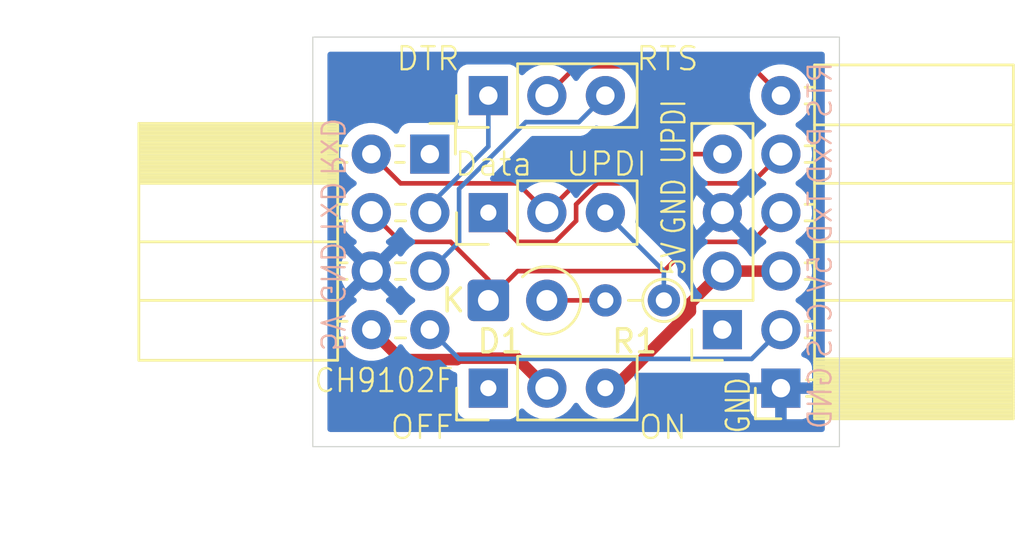
<source format=kicad_pcb>
(kicad_pcb (version 20241229) (generator "pcbnew") (generator_version "9.0")
  (title_block (title "UPDI Adaptor for AE-CH9102F") (date "2025-09-22") (rev "1") (company "K.Takata"))
  (layers (0 "F.Cu" signal) (2 "B.Cu" signal) (13 "F.Paste" user) (15 "B.Paste" user) (5 "F.SilkS" user "F.Silkscreen") (7 "B.SilkS" user "B.Silkscreen") (1 "F.Mask" user) (3 "B.Mask" user) (25 "Edge.Cuts" user))
  (net 0 "")
  (net 1 "/TxD")
  (net 2 "Net-(D1-A)")
  (net 3 "/RxD")
  (net 5 "RTS")
  (net 6 "CTS")
  (net 7 "DTR")
  (net 8 "GND")
  (net 9 "+5V")
  (net 11 "Net-(SW1-C)")
  (net 13 "/RxD (TTL)")
  (net 14 "/RTS{slash}DTR")
  (net 15 "/+5V (OUT)")
  (footprint "Connector_PinHeader_2.54mm:PinHeader_1x03_P2.54mm_Vertical" (layer "F.Cu") (at 86.36 63.5 90)
    (property "Reference" "J4" (hide yes))
    (property "Value" "RTS / DTR")
    (fp_line (start -1.38 -1.38) (end 0 -1.38) (stroke (width 0.12)) (layer "F.SilkS"))
    (fp_line (start -1.38 0) (end -1.38 -1.38) (stroke (width 0.12)) (layer "F.SilkS"))
    (fp_line (start 1.38 1.27) (end 1.38 6.46) (stroke (width 0.12)) (layer "F.SilkS"))
    (fp_line (start -1.38 1.27) (end 1.38 1.27) (stroke (width 0.12)) (layer "F.SilkS"))
    (fp_line (start -1.38 1.27) (end -1.38 6.46) (stroke (width 0.12)) (layer "F.SilkS"))
    (fp_line (start -1.38 6.46) (end 1.38 6.46) (stroke (width 0.12)) (layer "F.SilkS"))
    (pad "1" thru_hole rect (at 0 0 90) (size 1.7 1.7) (drill 0.8) (layers "*.Cu" "*.Mask") (net 7 "DTR"))
    (pad "2" thru_hole circle (at 0 2.54 90) (size 1.7 1.7) (drill 1) (layers "*.Cu" "*.Mask") (net 14 "/RTS{slash}DTR"))
    (pad "3" thru_hole circle (at 0 5.08 90) (size 1.7 1.7) (drill 0.8) (layers "*.Cu" "*.Mask") (net 5 "RTS"))
  )
  (footprint "Connector_PinSocket_2.54mm:PinSocket_1x04_P2.54mm_Vertical" (layer "F.Cu") (at 96.52 73.66 180)
    (property "Reference" "J2" (hide yes))
    (property "Value" "UPDI")
    (fp_line (start 1.33 1.27) (end 1.33 8.95) (stroke (width 0.12)) (layer "F.SilkS"))
    (fp_line (start 1.33 -1.33) (end 1.33 0) (stroke (width 0.12)) (layer "F.SilkS"))
    (fp_line (start 0 -1.33) (end 1.33 -1.33) (stroke (width 0.12)) (layer "F.SilkS"))
    (fp_line (start -1.33 8.95) (end 1.33 8.95) (stroke (width 0.12)) (layer "F.SilkS"))
    (fp_line (start -1.33 1.27) (end 1.33 1.27) (stroke (width 0.12)) (layer "F.SilkS"))
    (fp_line (start -1.33 1.27) (end -1.33 8.95) (stroke (width 0.12)) (layer "F.SilkS"))
    (pad "1" thru_hole rect (at 0 0 180) (size 1.7 1.7) (drill 0.8) (layers "*.Cu" "*.Mask"))
    (pad "2" thru_hole circle (at 0 2.54 180) (size 1.7 1.7) (drill 1) (layers "*.Cu" "*.Mask") (net 15 "/+5V (OUT)"))
    (pad "3" thru_hole circle (at 0 5.08 180) (size 1.7 1.7) (drill 1) (layers "*.Cu" "*.Mask") (net 8 "GND"))
    (pad "4" thru_hole circle (at 0 7.62 180) (size 1.7 1.7) (drill 0.8) (layers "*.Cu" "*.Mask") (net 3 "/RxD"))
  )
  (footprint "Resistor_THT:R_Axial_DIN0204_L3.6mm_D1.6mm_P2.54mm_Vertical" (layer "F.Cu") (at 93.98 72.39 180)
    (property "Reference" "R1" (at 1.27 -1.778 0) (layer "F.SilkS"))
    (property "Value" "470")
    (fp_line (start 0.92 0) (end 1.54 0) (stroke (width 0.12)) (layer "F.SilkS"))
    (fp_circle (center 0 0) (end 0.92 0) (stroke (width 0.12)) (fill no) (layer "F.SilkS"))
    (pad "1" thru_hole circle (at 0 0 180) (size 1.4 1.4) (drill 0.7) (layers "*.Cu" "*.Mask") (net 11 "Net-(SW1-C)"))
    (pad "2" thru_hole circle (at 2.54 0 180) (size 1.4 1.4) (drill 0.7) (layers "*.Cu" "*.Mask") (net 2 "Net-(D1-A)"))
  )
  (footprint "Connector_PinHeader_2.54mm:PinHeader_1x03_P2.54mm_Vertical" (layer "F.Cu") (at 86.36 76.2 90)
    (property "Reference" "SW2" (hide yes))
    (property "Value" "Power")
    (fp_line (start -1.38 -1.38) (end 0 -1.38) (stroke (width 0.12)) (layer "F.SilkS"))
    (fp_line (start -1.38 0) (end -1.38 -1.38) (stroke (width 0.12)) (layer "F.SilkS"))
    (fp_line (start 1.38 1.27) (end 1.38 6.46) (stroke (width 0.12)) (layer "F.SilkS"))
    (fp_line (start -1.38 1.27) (end 1.38 1.27) (stroke (width 0.12)) (layer "F.SilkS"))
    (fp_line (start -1.38 1.27) (end -1.38 6.46) (stroke (width 0.12)) (layer "F.SilkS"))
    (fp_line (start -1.38 6.46) (end 1.38 6.46) (stroke (width 0.12)) (layer "F.SilkS"))
    (pad "1" thru_hole rect (at 0 0 90) (size 1.7 1.7) (drill 0.7) (layers "*.Cu" "*.Mask"))
    (pad "2" thru_hole circle (at 0 2.54 90) (size 1.7 1.7) (drill 1) (layers "*.Cu" "*.Mask") (net 9 "+5V"))
    (pad "3" thru_hole circle (at 0 5.08 90) (size 1.7 1.7) (drill 0.7) (layers "*.Cu" "*.Mask") (net 15 "/+5V (OUT)"))
  )
  (footprint "Connector_PinSocket_2.54mm:PinSocket_1x06_P2.54mm_Horizontal" (layer "F.Cu") (at 99.06 76.2 180)
    (property "Reference" "J3" (hide yes))
    (property "Value" "TTL Serial")
    (fp_line (start 1.11 -1.33) (end 1.11 0) (stroke (width 0.12)) (layer "F.SilkS"))
    (fp_line (start 0 -1.33) (end 1.11 -1.33) (stroke (width 0.12)) (layer "F.SilkS"))
    (fp_line (start -1.46 13.06) (end -1.05 13.06) (stroke (width 0.12)) (layer "F.SilkS"))
    (fp_line (start -1.46 12.34) (end -1.05 12.34) (stroke (width 0.12)) (layer "F.SilkS"))
    (fp_line (start -1.46 10.52) (end -1.05 10.52) (stroke (width 0.12)) (layer "F.SilkS"))
    (fp_line (start -1.46 9.8) (end -1.05 9.8) (stroke (width 0.12)) (layer "F.SilkS"))
    (fp_line (start -1.46 7.98) (end -1.05 7.98) (stroke (width 0.12)) (layer "F.SilkS"))
    (fp_line (start -1.46 7.26) (end -1.05 7.26) (stroke (width 0.12)) (layer "F.SilkS"))
    (fp_line (start -1.46 5.44) (end -1.05 5.44) (stroke (width 0.12)) (layer "F.SilkS"))
    (fp_line (start -1.46 4.72) (end -1.05 4.72) (stroke (width 0.12)) (layer "F.SilkS"))
    (fp_line (start -1.46 2.9) (end -1.05 2.9) (stroke (width 0.12)) (layer "F.SilkS"))
    (fp_line (start -1.46 2.18) (end -1.05 2.18) (stroke (width 0.12)) (layer "F.SilkS"))
    (fp_line (start -1.46 0.36) (end -1.11 0.36) (stroke (width 0.12)) (layer "F.SilkS"))
    (fp_line (start -1.46 -0.36) (end -1.11 -0.36) (stroke (width 0.12)) (layer "F.SilkS"))
    (fp_line (start -1.46 -1.33) (end -1.46 14.03) (stroke (width 0.12)) (layer "F.SilkS"))
    (fp_line (start -10.09 14.03) (end -1.46 14.03) (stroke (width 0.12)) (layer "F.SilkS"))
    (fp_line (start -10.09 11.43) (end -1.46 11.43) (stroke (width 0.12)) (layer "F.SilkS"))
    (fp_line (start -10.09 8.89) (end -1.46 8.89) (stroke (width 0.12)) (layer "F.SilkS"))
    (fp_line (start -10.09 6.35) (end -1.46 6.35) (stroke (width 0.12)) (layer "F.SilkS"))
    (fp_line (start -10.09 3.81) (end -1.46 3.81) (stroke (width 0.12)) (layer "F.SilkS"))
    (fp_line (start -10.09 1.27) (end -1.46 1.27) (stroke (width 0.12)) (layer "F.SilkS"))
    (fp_line (start -10.09 1.1519) (end -1.46 1.1519) (stroke (width 0.12)) (layer "F.SilkS"))
    (fp_line (start -10.09 1.033805) (end -1.46 1.033805) (stroke (width 0.12)) (layer "F.SilkS"))
    (fp_line (start -10.09 0.91571) (end -1.46 0.91571) (stroke (width 0.12)) (layer "F.SilkS"))
    (fp_line (start -10.09 0.797615) (end -1.46 0.797615) (stroke (width 0.12)) (layer "F.SilkS"))
    (fp_line (start -10.09 0.67952) (end -1.46 0.67952) (stroke (width 0.12)) (layer "F.SilkS"))
    (fp_line (start -10.09 0.561425) (end -1.46 0.561425) (stroke (width 0.12)) (layer "F.SilkS"))
    (fp_line (start -10.09 0.44333) (end -1.46 0.44333) (stroke (width 0.12)) (layer "F.SilkS"))
    (fp_line (start -10.09 0.325235) (end -1.46 0.325235) (stroke (width 0.12)) (layer "F.SilkS"))
    (fp_line (start -10.09 0.20714) (end -1.46 0.20714) (stroke (width 0.12)) (layer "F.SilkS"))
    (fp_line (start -10.09 0.089045) (end -1.46 0.089045) (stroke (width 0.12)) (layer "F.SilkS"))
    (fp_line (start -10.09 -0.02905) (end -1.46 -0.02905) (stroke (width 0.12)) (layer "F.SilkS"))
    (fp_line (start -10.09 -0.147145) (end -1.46 -0.147145) (stroke (width 0.12)) (layer "F.SilkS"))
    (fp_line (start -10.09 -0.26524) (end -1.46 -0.26524) (stroke (width 0.12)) (layer "F.SilkS"))
    (fp_line (start -10.09 -0.383335) (end -1.46 -0.383335) (stroke (width 0.12)) (layer "F.SilkS"))
    (fp_line (start -10.09 -0.50143) (end -1.46 -0.50143) (stroke (width 0.12)) (layer "F.SilkS"))
    (fp_line (start -10.09 -0.619525) (end -1.46 -0.619525) (stroke (width 0.12)) (layer "F.SilkS"))
    (fp_line (start -10.09 -0.73762) (end -1.46 -0.73762) (stroke (width 0.12)) (layer "F.SilkS"))
    (fp_line (start -10.09 -0.855715) (end -1.46 -0.855715) (stroke (width 0.12)) (layer "F.SilkS"))
    (fp_line (start -10.09 -0.97381) (end -1.46 -0.97381) (stroke (width 0.12)) (layer "F.SilkS"))
    (fp_line (start -10.09 -1.091905) (end -1.46 -1.091905) (stroke (width 0.12)) (layer "F.SilkS"))
    (fp_line (start -10.09 -1.21) (end -1.46 -1.21) (stroke (width 0.12)) (layer "F.SilkS"))
    (fp_line (start -10.09 -1.33) (end -1.46 -1.33) (stroke (width 0.12)) (layer "F.SilkS"))
    (fp_line (start -10.09 -1.33) (end -10.09 14.03) (stroke (width 0.12)) (layer "F.SilkS"))
    (pad "1" thru_hole rect (at 0 0 180) (size 1.7 1.7) (drill 0.8) (layers "*.Cu" "*.Mask") (net 8 "GND"))
    (pad "2" thru_hole circle (at 0 2.54 180) (size 1.7 1.7) (drill 1) (layers "*.Cu" "*.Mask") (net 6 "CTS"))
    (pad "3" thru_hole circle (at 0 5.08 180) (size 1.7 1.7) (drill 1) (layers "*.Cu" "*.Mask") (net 15 "/+5V (OUT)"))
    (pad "4" thru_hole circle (at 0 7.62 180) (size 1.7 1.7) (drill 1) (layers "*.Cu" "*.Mask") (net 1 "/TxD"))
    (pad "5" thru_hole circle (at 0 10.16 180) (size 1.7 1.7) (drill 1) (layers "*.Cu" "*.Mask") (net 13 "/RxD (TTL)"))
    (pad "6" thru_hole circle (at 0 12.7 180) (size 1.7 1.7) (drill 0.8) (layers "*.Cu" "*.Mask") (net 14 "/RTS{slash}DTR"))
  )
  (footprint "Diode_THT:D_A-405_P2.54mm_Vertical_KathodeUp" (layer "F.Cu") (at 86.36 72.39)
    (property "Reference" "D1" (at 0.508 1.778 0) (layer "F.SilkS"))
    (property "Value" "D_Schottky")
    (fp_arc (start 1.481463 -1.02) (mid 4.01 0) (end 1.481463 1.02) (stroke (width 0.12)) (layer "F.SilkS"))
    (fp_text user "K" (at -1.524 0 0) (layer "F.SilkS"))
    (pad "1" thru_hole roundrect (at 0 0) (size 1.8 1.8) (drill 0.9) (layers "*.Cu" "*.Mask") (roundrect_rratio 0.138889) (net 1 "/TxD"))
    (pad "2" thru_hole circle (at 2.54 0) (size 1.8 1.8) (drill 0.9) (layers "*.Cu" "*.Mask") (net 2 "Net-(D1-A)"))
  )
  (footprint "Connector_PinHeader_2.54mm:PinHeader_1x03_P2.54mm_Vertical" (layer "F.Cu") (at 86.36 68.58 90)
    (property "Reference" "SW1" (hide yes))
    (property "Value" "UPDI / Serial")
    (fp_line (start -1.38 -1.38) (end 0 -1.38) (stroke (width 0.12)) (layer "F.SilkS"))
    (fp_line (start -1.38 0) (end -1.38 -1.38) (stroke (width 0.12)) (layer "F.SilkS"))
    (fp_line (start 1.38 1.27) (end 1.38 6.46) (stroke (width 0.12)) (layer "F.SilkS"))
    (fp_line (start -1.38 1.27) (end 1.38 1.27) (stroke (width 0.12)) (layer "F.SilkS"))
    (fp_line (start -1.38 1.27) (end -1.38 6.46) (stroke (width 0.12)) (layer "F.SilkS"))
    (fp_line (start -1.38 6.46) (end 1.38 6.46) (stroke (width 0.12)) (layer "F.SilkS"))
    (pad "1" thru_hole rect (at 0 0 90) (size 1.7 1.7) (drill 0.7) (layers "*.Cu" "*.Mask") (net 13 "/RxD (TTL)"))
    (pad "2" thru_hole circle (at 0 2.54 90) (size 1.7 1.7) (drill 1) (layers "*.Cu" "*.Mask") (net 3 "/RxD"))
    (pad "3" thru_hole circle (at 0 5.08 90) (size 1.7 1.7) (drill 0.7) (layers "*.Cu" "*.Mask") (net 11 "Net-(SW1-C)"))
  )
  (footprint "Connector_PinSocket_2.54mm:PinSocket_2x04_P2.54mm_Horizontal" (layer "F.Cu") (at 83.82 66.04)
    (property "Reference" "J1" (hide yes))
    (property "Value" "AE-CH9102F")
    (fp_line (start -12.63 -1.33) (end -12.63 8.95) (stroke (width 0.12)) (layer "F.SilkS"))
    (fp_line (start -12.63 -1.33) (end -4 -1.33) (stroke (width 0.12)) (layer "F.SilkS"))
    (fp_line (start -12.63 -1.21) (end -4 -1.21) (stroke (width 0.12)) (layer "F.SilkS"))
    (fp_line (start -12.63 -1.091905) (end -4 -1.091905) (stroke (width 0.12)) (layer "F.SilkS"))
    (fp_line (start -12.63 -0.97381) (end -4 -0.97381) (stroke (width 0.12)) (layer "F.SilkS"))
    (fp_line (start -12.63 -0.855715) (end -4 -0.855715) (stroke (width 0.12)) (layer "F.SilkS"))
    (fp_line (start -12.63 -0.73762) (end -4 -0.73762) (stroke (width 0.12)) (layer "F.SilkS"))
    (fp_line (start -12.63 -0.619525) (end -4 -0.619525) (stroke (width 0.12)) (layer "F.SilkS"))
    (fp_line (start -12.63 -0.50143) (end -4 -0.50143) (stroke (width 0.12)) (layer "F.SilkS"))
    (fp_line (start -12.63 -0.383335) (end -4 -0.383335) (stroke (width 0.12)) (layer "F.SilkS"))
    (fp_line (start -12.63 -0.26524) (end -4 -0.26524) (stroke (width 0.12)) (layer "F.SilkS"))
    (fp_line (start -12.63 -0.147145) (end -4 -0.147145) (stroke (width 0.12)) (layer "F.SilkS"))
    (fp_line (start -12.63 -0.02905) (end -4 -0.02905) (stroke (width 0.12)) (layer "F.SilkS"))
    (fp_line (start -12.63 0.089045) (end -4 0.089045) (stroke (width 0.12)) (layer "F.SilkS"))
    (fp_line (start -12.63 0.20714) (end -4 0.20714) (stroke (width 0.12)) (layer "F.SilkS"))
    (fp_line (start -12.63 0.325235) (end -4 0.325235) (stroke (width 0.12)) (layer "F.SilkS"))
    (fp_line (start -12.63 0.44333) (end -4 0.44333) (stroke (width 0.12)) (layer "F.SilkS"))
    (fp_line (start -12.63 0.561425) (end -4 0.561425) (stroke (width 0.12)) (layer "F.SilkS"))
    (fp_line (start -12.63 0.67952) (end -4 0.67952) (stroke (width 0.12)) (layer "F.SilkS"))
    (fp_line (start -12.63 0.797615) (end -4 0.797615) (stroke (width 0.12)) (layer "F.SilkS"))
    (fp_line (start -12.63 0.91571) (end -4 0.91571) (stroke (width 0.12)) (layer "F.SilkS"))
    (fp_line (start -12.63 1.033805) (end -4 1.033805) (stroke (width 0.12)) (layer "F.SilkS"))
    (fp_line (start -12.63 1.1519) (end -4 1.1519) (stroke (width 0.12)) (layer "F.SilkS"))
    (fp_line (start -12.63 1.27) (end -4 1.27) (stroke (width 0.12)) (layer "F.SilkS"))
    (fp_line (start -12.63 3.81) (end -4 3.81) (stroke (width 0.12)) (layer "F.SilkS"))
    (fp_line (start -12.63 6.35) (end -4 6.35) (stroke (width 0.12)) (layer "F.SilkS"))
    (fp_line (start -12.63 8.95) (end -4 8.95) (stroke (width 0.12)) (layer "F.SilkS"))
    (fp_line (start -4 -1.33) (end -4 8.95) (stroke (width 0.12)) (layer "F.SilkS"))
    (fp_line (start -4 -0.36) (end -3.59 -0.36) (stroke (width 0.12)) (layer "F.SilkS"))
    (fp_line (start -4 0.36) (end -3.59 0.36) (stroke (width 0.12)) (layer "F.SilkS"))
    (fp_line (start -4 2.18) (end -3.59 2.18) (stroke (width 0.12)) (layer "F.SilkS"))
    (fp_line (start -4 2.9) (end -3.59 2.9) (stroke (width 0.12)) (layer "F.SilkS"))
    (fp_line (start -4 4.72) (end -3.59 4.72) (stroke (width 0.12)) (layer "F.SilkS"))
    (fp_line (start -4 5.44) (end -3.59 5.44) (stroke (width 0.12)) (layer "F.SilkS"))
    (fp_line (start -4 7.26) (end -3.59 7.26) (stroke (width 0.12)) (layer "F.SilkS"))
    (fp_line (start -4 7.98) (end -3.59 7.98) (stroke (width 0.12)) (layer "F.SilkS"))
    (fp_line (start -1.49 -0.36) (end -1.11 -0.36) (stroke (width 0.12)) (layer "F.SilkS"))
    (fp_line (start -1.49 0.36) (end -1.11 0.36) (stroke (width 0.12)) (layer "F.SilkS"))
    (fp_line (start -1.49 2.18) (end -1.05 2.18) (stroke (width 0.12)) (layer "F.SilkS"))
    (fp_line (start -1.49 2.9) (end -1.05 2.9) (stroke (width 0.12)) (layer "F.SilkS"))
    (fp_line (start -1.49 4.72) (end -1.05 4.72) (stroke (width 0.12)) (layer "F.SilkS"))
    (fp_line (start -1.49 5.44) (end -1.05 5.44) (stroke (width 0.12)) (layer "F.SilkS"))
    (fp_line (start -1.49 7.26) (end -1.05 7.26) (stroke (width 0.12)) (layer "F.SilkS"))
    (fp_line (start -1.49 7.98) (end -1.05 7.98) (stroke (width 0.12)) (layer "F.SilkS"))
    (fp_line (start 0 -1.33) (end 1.11 -1.33) (stroke (width 0.12)) (layer "F.SilkS"))
    (fp_line (start 1.11 -1.33) (end 1.11 0) (stroke (width 0.12)) (layer "F.SilkS"))
    (pad "1" thru_hole rect (at 0 0) (size 1.7 1.7) (drill 0.8) (layers "*.Cu" "*.Mask"))
    (pad "2" thru_hole circle (at -2.54 0) (size 1.7 1.7) (drill 0.8) (layers "*.Cu" "*.Mask") (net 3 "/RxD"))
    (pad "3" thru_hole circle (at 0 2.54) (size 1.7 1.7) (drill 1) (layers "*.Cu" "*.Mask") (net 7 "DTR"))
    (pad "4" thru_hole circle (at -2.54 2.54) (size 1.7 1.7) (drill 1) (layers "*.Cu" "*.Mask") (net 1 "/TxD"))
    (pad "5" thru_hole circle (at 0 5.08) (size 1.7 1.7) (drill 1) (layers "*.Cu" "*.Mask") (net 5 "RTS"))
    (pad "6" thru_hole circle (at -2.54 5.08) (size 1.7 1.7) (drill 1) (layers "*.Cu" "*.Mask") (net 8 "GND"))
    (pad "7" thru_hole circle (at 0 7.62) (size 1.7 1.7) (drill 0.8) (layers "*.Cu" "*.Mask") (net 6 "CTS"))
    (pad "8" thru_hole circle (at -2.54 7.62) (size 1.7 1.7) (drill 0.8) (layers "*.Cu" "*.Mask") (net 9 "+5V"))
  )
  (gr_rect (start 78.74 60.96) (end 101.6 78.74) (stroke (width 0.05)) (fill no) (layer "Edge.Cuts"))
  (gr_text "Data" (at 84.836 67.056 0) (layer "F.SilkS") (effects (font (size 1 1) (thickness 0.1)) (justify left bottom)))
  (gr_text "GND" (at 97.79 78.232 90) (layer "F.SilkS") (effects (font (size 1 0.8) (thickness 0.1)) (justify left bottom)))
  (gr_text "GND" (at 94.996 69.596 90) (layer "F.SilkS") (effects (font (size 1 0.8) (thickness 0.1)) (justify left bottom)))
  (gr_text "UPDI" (at 89.662 67.056 0) (layer "F.SilkS") (effects (font (size 1 1) (thickness 0.1)) (justify left bottom)))
  (gr_text "RTS" (at 92.71 62.484 0) (layer "F.SilkS") (effects (font (size 1 1) (thickness 0.1)) (justify left bottom)))
  (gr_text "ON" (at 92.82 78.486 0) (layer "F.SilkS") (effects (font (size 1 1) (thickness 0.1)) (justify left bottom)))
  (gr_text "OFF" (at 82.042 78.486 0) (layer "F.SilkS") (effects (font (size 1 1) (thickness 0.1)) (justify left bottom)))
  (gr_text "UPDI" (at 94.996 66.548 90) (layer "F.SilkS") (effects (font (size 1 0.8) (thickness 0.1)) (justify left bottom)))
  (gr_text "DTR" (at 82.296 62.484 0) (layer "F.SilkS") (effects (font (size 1 1) (thickness 0.1)) (justify left bottom)))
  (gr_text "CH9102F" (at 78.74 76.454 0) (layer "F.SilkS") (effects (font (size 1 0.9) (thickness 0.1)) (justify left bottom)))
  (gr_text "5V" (at 94.996 71.374 90) (layer "F.SilkS") (effects (font (size 1 0.8) (thickness 0.1)) (justify left bottom)))
  (gr_text "TxD" (at 101.346 67.564 90) (layer "B.SilkS") (effects (font (size 1 0.9) (thickness 0.1)) (justify left bottom mirror)))
  (gr_text "5V" (at 101.346 70.358 90) (layer "B.SilkS") (effects (font (size 1 0.9) (thickness 0.1)) (justify left bottom mirror)))
  (gr_text "5V" (at 78.994 74.676 270) (layer "B.SilkS") (effects (font (size 1 0.9) (thickness 0.1)) (justify left bottom mirror)))
  (gr_text "CTS" (at 101.346 72.39 90) (layer "B.SilkS") (effects (font (size 1 0.9) (thickness 0.1)) (justify left bottom mirror)))
  (gr_text "RxD" (at 78.994 67.056 270) (layer "B.SilkS") (effects (font (size 1 0.9) (thickness 0.1)) (justify left bottom mirror)))
  (gr_text "RxD" (at 101.346 64.77 90) (layer "B.SilkS") (effects (font (size 1 0.9) (thickness 0.1)) (justify left bottom mirror)))
  (gr_text "TxD" (at 78.994 69.596 270) (layer "B.SilkS") (effects (font (size 1 0.9) (thickness 0.1)) (justify left bottom mirror)))
  (gr_text "GND" (at 101.346 75.184 90) (layer "B.SilkS") (effects (font (size 1 0.9) (thickness 0.1)) (justify left bottom mirror)))
  (gr_text "RTS" (at 101.346 61.976 90) (layer "B.SilkS") (effects (font (size 1 0.9) (thickness 0.1)) (justify left bottom mirror)))
  (gr_text "GND" (at 78.994 72.644 270) (layer "B.SilkS") (effects (font (size 1 0.9) (thickness 0.1)) (justify left bottom mirror)))
  (segment (start 86.36 72.39) (end 86.36 71.49) (width 0.2) (layer "F.Cu") (net 1))
  (segment (start 86.36 71.49) (end 84.72 69.85) (width 0.2) (layer "F.Cu") (net 1))
  (segment (start 95.25 69.85) (end 93.98 71.12) (width 0.2) (layer "F.Cu") (net 1))
  (segment (start 97.79 69.85) (end 95.25 69.85) (width 0.2) (layer "F.Cu") (net 1))
  (segment (start 84.72 69.85) (end 82.55 69.85) (width 0.2) (layer "F.Cu") (net 1))
  (segment (start 87.63 71.12) (end 86.36 72.39) (width 0.2) (layer "F.Cu") (net 1))
  (segment (start 82.55 69.85) (end 81.28 68.58) (width 0.2) (layer "F.Cu") (net 1))
  (segment (start 93.98 71.12) (end 87.63 71.12) (width 0.2) (layer "F.Cu") (net 1))
  (segment (start 99.06 68.58) (end 97.79 69.85) (width 0.2) (layer "F.Cu") (net 1))
  (segment (start 91.44 72.39) (end 88.9 72.39) (width 0.2) (layer "F.Cu") (net 2))
  (segment (start 87.63 67.31) (end 82.55 67.31) (width 0.2) (layer "F.Cu") (net 3))
  (segment (start 91.44 66.04) (end 96.52 66.04) (width 0.2) (layer "F.Cu") (net 3))
  (segment (start 88.9 68.58) (end 91.44 66.04) (width 0.2) (layer "F.Cu") (net 3))
  (segment (start 88.9 68.58) (end 87.63 67.31) (width 0.2) (layer "F.Cu") (net 3))
  (segment (start 82.55 67.31) (end 81.28 66.04) (width 0.2) (layer "F.Cu") (net 3))
  (segment (start 90.289 64.651) (end 87.987 64.651) (width 0.2) (layer "B.Cu") (net 5))
  (segment (start 85.09 69.85) (end 83.82 71.12) (width 0.2) (layer "B.Cu") (net 5))
  (segment (start 91.44 63.5) (end 90.289 64.651) (width 0.2) (layer "B.Cu") (net 5))
  (segment (start 85.09 67.548) (end 85.09 69.85) (width 0.2) (layer "B.Cu") (net 5))
  (segment (start 87.987 64.651) (end 85.09 67.548) (width 0.2) (layer "B.Cu") (net 5))
  (segment (start 85.09 74.93) (end 97.79 74.93) (width 0.2) (layer "B.Cu") (net 6))
  (segment (start 83.82 73.66) (end 85.09 74.93) (width 0.2) (layer "B.Cu") (net 6))
  (segment (start 97.79 74.93) (end 99.06 73.66) (width 0.2) (layer "B.Cu") (net 6))
  (segment (start 83.82 68.58) (end 83.82 68.2509) (width 0.2) (layer "B.Cu") (net 7))
  (segment (start 86.36 65.7109) (end 86.36 63.5) (width 0.2) (layer "B.Cu") (net 7))
  (segment (start 83.82 68.2509) (end 86.36 65.7109) (width 0.2) (layer "B.Cu") (net 7))
  (segment (start 81.28 73.66) (end 82.581 74.961) (width 0.5) (layer "F.Cu") (net 9))
  (segment (start 85.059 74.899) (end 87.599 74.899) (width 0.5) (layer "F.Cu") (net 9))
  (segment (start 84.997 74.961) (end 85.059 74.899) (width 0.5) (layer "F.Cu") (net 9))
  (segment (start 87.599 74.899) (end 88.9 76.2) (width 0.5) (layer "F.Cu") (net 9))
  (segment (start 82.581 74.961) (end 84.997 74.961) (width 0.5) (layer "F.Cu") (net 9))
  (segment (start 93.98 71.12) (end 93.98 72.39) (width 0.2) (layer "B.Cu") (net 11))
  (segment (start 91.44 68.58) (end 93.98 71.12) (width 0.2) (layer "B.Cu") (net 11))
  (segment (start 91.08224 67.31) (end 90.17 68.22224) (width 0.2) (layer "F.Cu") (net 13))
  (segment (start 99.06 66.04) (end 97.79 67.31) (width 0.2) (layer "F.Cu") (net 13))
  (segment (start 90.17 68.22224) (end 90.17 68.93776) (width 0.2) (layer "F.Cu") (net 13))
  (segment (start 92.71 67.31) (end 91.08224 67.31) (width 0.2) (layer "F.Cu") (net 13))
  (segment (start 97.79 67.31) (end 92.71 67.31) (width 0.2) (layer "F.Cu") (net 13))
  (segment (start 87.63 69.85) (end 86.36 68.58) (width 0.2) (layer "F.Cu") (net 13))
  (segment (start 90.17 68.93776) (end 89.25776 69.85) (width 0.2) (layer "F.Cu") (net 13))
  (segment (start 89.25776 69.85) (end 87.63 69.85) (width 0.2) (layer "F.Cu") (net 13))
  (segment (start 97.79 62.23) (end 90.17 62.23) (width 0.2) (layer "F.Cu") (net 14))
  (segment (start 99.06 63.5) (end 97.79 62.23) (width 0.2) (layer "F.Cu") (net 14))
  (segment (start 90.17 62.23) (end 88.9 63.5) (width 0.2) (layer "F.Cu") (net 14))
  (segment (start 99.06 71.12) (end 96.52 71.12) (width 0.5) (layer "F.Cu") (net 15))
  (segment (start 95.131 72.86676) (end 91.79776 76.2) (width 0.5) (layer "F.Cu") (net 15))
  (segment (start 95.131 72.509) (end 95.131 72.86676) (width 0.5) (layer "F.Cu") (net 15))
  (segment (start 91.79776 76.2) (end 91.44 76.2) (width 0.5) (layer "F.Cu") (net 15))
  (segment (start 96.52 71.12) (end 95.131 72.509) (width 0.5) (layer "F.Cu") (net 15))
  (zone (net 8) (net_name "GND") (layer "B.Cu") (connect_pads (clearance 0.5)) (min_thickness 0.25) (fill yes (thermal_gap 0.5) (thermal_bridge_width 0.5))
    (polygon (pts (xy 79.375 61.595) (xy 79.375 78.105) (xy 100.965 78.105) (xy 100.965 61.595)))
  )
)
</source>
